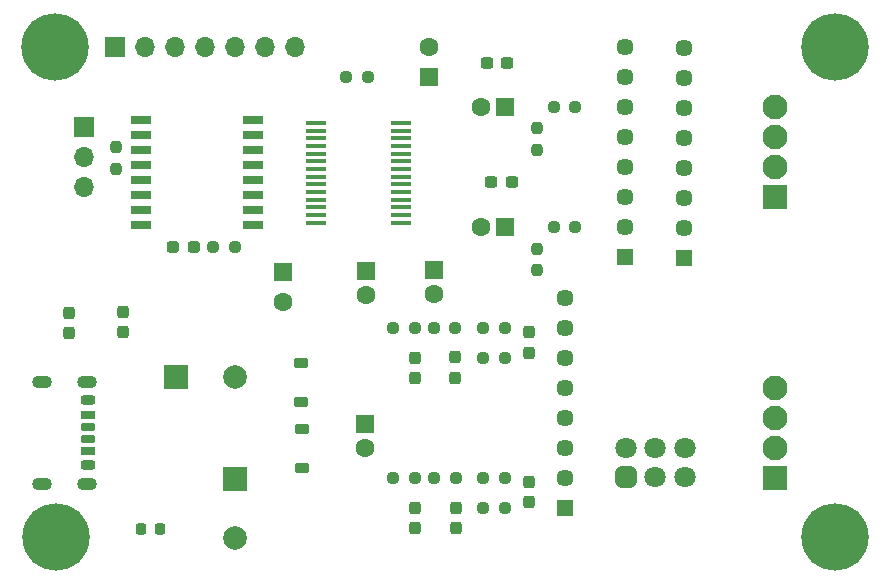
<source format=gts>
%TF.GenerationSoftware,KiCad,Pcbnew,9.0.0*%
%TF.CreationDate,2025-03-30T14:17:43+09:00*%
%TF.ProjectId,v1000,76313030-302e-46b6-9963-61645f706362,rev?*%
%TF.SameCoordinates,Original*%
%TF.FileFunction,Soldermask,Top*%
%TF.FilePolarity,Negative*%
%FSLAX46Y46*%
G04 Gerber Fmt 4.6, Leading zero omitted, Abs format (unit mm)*
G04 Created by KiCad (PCBNEW 9.0.0) date 2025-03-30 14:17:43*
%MOMM*%
%LPD*%
G01*
G04 APERTURE LIST*
G04 Aperture macros list*
%AMRoundRect*
0 Rectangle with rounded corners*
0 $1 Rounding radius*
0 $2 $3 $4 $5 $6 $7 $8 $9 X,Y pos of 4 corners*
0 Add a 4 corners polygon primitive as box body*
4,1,4,$2,$3,$4,$5,$6,$7,$8,$9,$2,$3,0*
0 Add four circle primitives for the rounded corners*
1,1,$1+$1,$2,$3*
1,1,$1+$1,$4,$5*
1,1,$1+$1,$6,$7*
1,1,$1+$1,$8,$9*
0 Add four rect primitives between the rounded corners*
20,1,$1+$1,$2,$3,$4,$5,0*
20,1,$1+$1,$4,$5,$6,$7,0*
20,1,$1+$1,$6,$7,$8,$9,0*
20,1,$1+$1,$8,$9,$2,$3,0*%
G04 Aperture macros list end*
%ADD10RoundRect,0.237500X-0.250000X-0.237500X0.250000X-0.237500X0.250000X0.237500X-0.250000X0.237500X0*%
%ADD11RoundRect,0.237500X0.287500X0.237500X-0.287500X0.237500X-0.287500X-0.237500X0.287500X-0.237500X0*%
%ADD12RoundRect,0.175000X-0.425000X0.175000X-0.425000X-0.175000X0.425000X-0.175000X0.425000X0.175000X0*%
%ADD13RoundRect,0.190000X0.410000X-0.190000X0.410000X0.190000X-0.410000X0.190000X-0.410000X-0.190000X0*%
%ADD14RoundRect,0.200000X0.400000X-0.200000X0.400000X0.200000X-0.400000X0.200000X-0.400000X-0.200000X0*%
%ADD15RoundRect,0.175000X0.425000X-0.175000X0.425000X0.175000X-0.425000X0.175000X-0.425000X-0.175000X0*%
%ADD16RoundRect,0.190000X-0.410000X0.190000X-0.410000X-0.190000X0.410000X-0.190000X0.410000X0.190000X0*%
%ADD17RoundRect,0.200000X-0.400000X0.200000X-0.400000X-0.200000X0.400000X-0.200000X0.400000X0.200000X0*%
%ADD18O,1.700000X1.100000*%
%ADD19RoundRect,0.225000X-0.375000X0.225000X-0.375000X-0.225000X0.375000X-0.225000X0.375000X0.225000X0*%
%ADD20RoundRect,0.225000X0.375000X-0.225000X0.375000X0.225000X-0.375000X0.225000X-0.375000X-0.225000X0*%
%ADD21R,1.450000X1.450000*%
%ADD22C,1.450000*%
%ADD23R,1.600000X1.600000*%
%ADD24C,1.600000*%
%ADD25RoundRect,0.250001X0.799999X-0.799999X0.799999X0.799999X-0.799999X0.799999X-0.799999X-0.799999X0*%
%ADD26C,2.100000*%
%ADD27RoundRect,0.237500X0.237500X-0.300000X0.237500X0.300000X-0.237500X0.300000X-0.237500X-0.300000X0*%
%ADD28R,1.700000X1.700000*%
%ADD29O,1.700000X1.700000*%
%ADD30RoundRect,0.237500X-0.237500X0.250000X-0.237500X-0.250000X0.237500X-0.250000X0.237500X0.250000X0*%
%ADD31RoundRect,0.237500X-0.300000X-0.237500X0.300000X-0.237500X0.300000X0.237500X-0.300000X0.237500X0*%
%ADD32R,1.750000X0.450000*%
%ADD33RoundRect,0.237500X-0.237500X0.300000X-0.237500X-0.300000X0.237500X-0.300000X0.237500X0.300000X0*%
%ADD34C,5.700000*%
%ADD35RoundRect,0.450000X-0.450000X0.450000X-0.450000X-0.450000X0.450000X-0.450000X0.450000X0.450000X0*%
%ADD36C,1.800000*%
%ADD37RoundRect,0.218750X0.218750X0.256250X-0.218750X0.256250X-0.218750X-0.256250X0.218750X-0.256250X0*%
%ADD38R,1.750000X0.700000*%
%ADD39R,2.000000X2.000000*%
%ADD40C,2.000000*%
G04 APERTURE END LIST*
D10*
%TO.C,R17*%
X78225000Y-99930000D03*
X76400000Y-99930000D03*
%TD*%
D11*
%TO.C,D1*%
X73010000Y-99930000D03*
X74760000Y-99930000D03*
%TD*%
D12*
%TO.C,J3*%
X65750000Y-115140000D03*
D13*
X65750000Y-117160000D03*
D14*
X65750000Y-118390000D03*
D15*
X65750000Y-116140000D03*
D16*
X65750000Y-114120000D03*
D17*
X65750000Y-112890000D03*
D18*
X65670000Y-111320000D03*
X61870000Y-111320000D03*
X65670000Y-119960000D03*
X61870000Y-119960000D03*
%TD*%
D19*
%TO.C,D4*%
X83910000Y-115300000D03*
X83910000Y-118600000D03*
%TD*%
D20*
%TO.C,D3*%
X83820000Y-113060000D03*
X83820000Y-109760000D03*
%TD*%
D10*
%TO.C,R6*%
X91615000Y-106720000D03*
X93440000Y-106720000D03*
%TD*%
D21*
%TO.C,U3*%
X106140000Y-121990000D03*
D22*
X106140000Y-119450000D03*
X106140000Y-116910000D03*
X106140000Y-114370000D03*
X106140000Y-111830000D03*
X106140000Y-109290000D03*
X106140000Y-106750000D03*
X106140000Y-104210000D03*
%TD*%
D23*
%TO.C,C5*%
X101080000Y-88090000D03*
D24*
X99080000Y-88090000D03*
%TD*%
D25*
%TO.C,J1*%
X123920000Y-119420000D03*
D26*
X123920000Y-116880000D03*
X123920000Y-114340000D03*
X123920000Y-111800000D03*
%TD*%
D27*
%TO.C,C23*%
X68770000Y-107140000D03*
X68770000Y-105415000D03*
%TD*%
D28*
%TO.C,J4*%
X68080000Y-83010000D03*
D29*
X70620000Y-83010000D03*
X73160000Y-83010000D03*
X75700000Y-83010000D03*
X78240000Y-83010000D03*
X80780000Y-83010000D03*
X83320000Y-83010000D03*
%TD*%
D30*
%TO.C,R1*%
X68200000Y-91447500D03*
X68200000Y-93272500D03*
%TD*%
D31*
%TO.C,C7*%
X99920000Y-94440000D03*
X101645000Y-94440000D03*
%TD*%
D32*
%TO.C,U1*%
X85130000Y-89405000D03*
X85130000Y-90055000D03*
X85130000Y-90705000D03*
X85130000Y-91355000D03*
X85130000Y-92005000D03*
X85130000Y-92655000D03*
X85130000Y-93305000D03*
X85130000Y-93955000D03*
X85130000Y-94605000D03*
X85130000Y-95255000D03*
X85130000Y-95905000D03*
X85130000Y-96555000D03*
X85130000Y-97205000D03*
X85130000Y-97855000D03*
X92330000Y-97855000D03*
X92330000Y-97205000D03*
X92330000Y-96555000D03*
X92330000Y-95905000D03*
X92330000Y-95255000D03*
X92330000Y-94605000D03*
X92330000Y-93955000D03*
X92330000Y-93305000D03*
X92330000Y-92655000D03*
X92330000Y-92005000D03*
X92330000Y-91355000D03*
X92330000Y-90705000D03*
X92330000Y-90055000D03*
X92330000Y-89405000D03*
%TD*%
D10*
%TO.C,R13*%
X99255000Y-119450000D03*
X101080000Y-119450000D03*
%TD*%
D28*
%TO.C,Y1*%
X65440000Y-89750000D03*
D29*
X65440000Y-92290000D03*
X65440000Y-94830000D03*
%TD*%
D30*
%TO.C,R4*%
X103770000Y-100050000D03*
X103770000Y-101875000D03*
%TD*%
D33*
%TO.C,C14*%
X93440000Y-121970000D03*
X93440000Y-123695000D03*
%TD*%
D34*
%TO.C,REF\u002A\u002A*%
X63040000Y-124460000D03*
%TD*%
D33*
%TO.C,C9*%
X93440000Y-109280000D03*
X93440000Y-111005000D03*
%TD*%
D21*
%TO.C,U2*%
X111220000Y-100790000D03*
D22*
X111220000Y-98250000D03*
X111220000Y-95710000D03*
X111220000Y-93170000D03*
X111220000Y-90630000D03*
X111220000Y-88090000D03*
X111220000Y-85550000D03*
X111220000Y-83010000D03*
%TD*%
D35*
%TO.C,RV1*%
X111310000Y-119380000D03*
D36*
X113810000Y-119380000D03*
X116310000Y-119380000D03*
X111310000Y-116880000D03*
X113810000Y-116880000D03*
X116310000Y-116880000D03*
%TD*%
D34*
%TO.C,*%
X129000000Y-83010000D03*
%TD*%
D23*
%TO.C,C19*%
X94650000Y-85500000D03*
D24*
X94650000Y-83000000D03*
%TD*%
D10*
%TO.C,R11*%
X95077500Y-119430000D03*
X96902500Y-119430000D03*
%TD*%
%TO.C,R7*%
X95057500Y-106720000D03*
X96882500Y-106720000D03*
%TD*%
D37*
%TO.C,D2*%
X71877500Y-123760000D03*
X70302500Y-123760000D03*
%TD*%
D10*
%TO.C,R12*%
X99235000Y-121980000D03*
X101060000Y-121980000D03*
%TD*%
D38*
%TO.C,IC1*%
X70240000Y-89145000D03*
X70240000Y-90415000D03*
X70240000Y-91685000D03*
X70240000Y-92955000D03*
X70240000Y-94225000D03*
X70240000Y-95495000D03*
X70240000Y-96765000D03*
X70240000Y-98035000D03*
X79740000Y-98035000D03*
X79740000Y-96765000D03*
X79740000Y-95495000D03*
X79740000Y-94225000D03*
X79740000Y-92955000D03*
X79740000Y-91685000D03*
X79740000Y-90415000D03*
X79740000Y-89145000D03*
%TD*%
D23*
%TO.C,C13*%
X89240000Y-114900000D03*
D24*
X89240000Y-116900000D03*
%TD*%
D34*
%TO.C,*%
X62980000Y-83010000D03*
%TD*%
D10*
%TO.C,R2*%
X105227500Y-88080000D03*
X107052500Y-88080000D03*
%TD*%
D33*
%TO.C,C16*%
X103110000Y-119795000D03*
X103110000Y-121520000D03*
%TD*%
D39*
%TO.C,C21*%
X73270000Y-110920000D03*
D40*
X78270000Y-110920000D03*
%TD*%
D39*
%TO.C,C22*%
X78230000Y-119540000D03*
D40*
X78230000Y-124540000D03*
%TD*%
D27*
%TO.C,C12*%
X103130000Y-108852500D03*
X103130000Y-107127500D03*
%TD*%
D21*
%TO.C,U4*%
X116290000Y-100800000D03*
D22*
X116290000Y-98260000D03*
X116290000Y-95720000D03*
X116290000Y-93180000D03*
X116290000Y-90640000D03*
X116290000Y-88100000D03*
X116290000Y-85560000D03*
X116290000Y-83020000D03*
%TD*%
D10*
%TO.C,R8*%
X99245000Y-109260000D03*
X101070000Y-109260000D03*
%TD*%
D23*
%TO.C,C18*%
X82290000Y-102020000D03*
D24*
X82290000Y-104520000D03*
%TD*%
D33*
%TO.C,C10*%
X96900000Y-109250000D03*
X96900000Y-110975000D03*
%TD*%
D10*
%TO.C,R14*%
X87655000Y-85500000D03*
X89480000Y-85500000D03*
%TD*%
D23*
%TO.C,C4*%
X95120000Y-101870000D03*
D24*
X95120000Y-103870000D03*
%TD*%
D30*
%TO.C,R3*%
X103780000Y-89840000D03*
X103780000Y-91665000D03*
%TD*%
D10*
%TO.C,R10*%
X91615000Y-119440000D03*
X93440000Y-119440000D03*
%TD*%
D23*
%TO.C,C8*%
X101060000Y-98250000D03*
D24*
X99060000Y-98250000D03*
%TD*%
D25*
%TO.C,J2*%
X123930000Y-95710000D03*
D26*
X123930000Y-93170000D03*
X123930000Y-90630000D03*
X123930000Y-88090000D03*
%TD*%
D34*
%TO.C,*%
X129000000Y-124490000D03*
%TD*%
D10*
%TO.C,R9*%
X99245000Y-106730000D03*
X101070000Y-106730000D03*
%TD*%
D31*
%TO.C,C6*%
X99537500Y-84300000D03*
X101262500Y-84300000D03*
%TD*%
D23*
%TO.C,C11*%
X89360000Y-101964888D03*
D24*
X89360000Y-103964888D03*
%TD*%
D27*
%TO.C,C24*%
X64200000Y-107210000D03*
X64200000Y-105485000D03*
%TD*%
D10*
%TO.C,R5*%
X105235000Y-98250000D03*
X107060000Y-98250000D03*
%TD*%
D33*
%TO.C,C15*%
X96940000Y-121970000D03*
X96940000Y-123695000D03*
%TD*%
M02*

</source>
